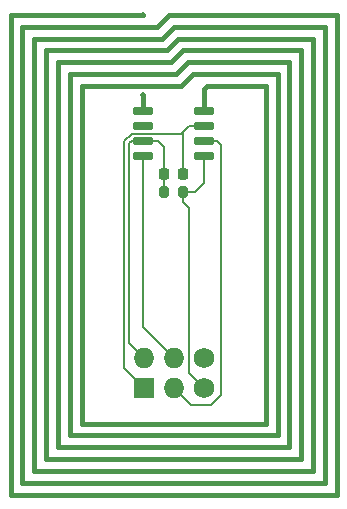
<source format=gbl>
%TF.GenerationSoftware,KiCad,Pcbnew,8.99.0-2433-g53022ab347*%
%TF.CreationDate,2024-09-29T16:09:48+02:00*%
%TF.ProjectId,BadgeTagNFC,42616467-6554-4616-974e-46432e6b6963,1.0*%
%TF.SameCoordinates,PX5058d90PY47868c0*%
%TF.FileFunction,Copper,L2,Bot*%
%TF.FilePolarity,Positive*%
%FSLAX46Y46*%
G04 Gerber Fmt 4.6, Leading zero omitted, Abs format (unit mm)*
G04 Created by KiCad (PCBNEW 8.99.0-2433-g53022ab347) date 2024-09-29 16:09:48*
%MOMM*%
%LPD*%
G01*
G04 APERTURE LIST*
G04 Aperture macros list*
%AMRoundRect*
0 Rectangle with rounded corners*
0 $1 Rounding radius*
0 $2 $3 $4 $5 $6 $7 $8 $9 X,Y pos of 4 corners*
0 Add a 4 corners polygon primitive as box body*
4,1,4,$2,$3,$4,$5,$6,$7,$8,$9,$2,$3,0*
0 Add four circle primitives for the rounded corners*
1,1,$1+$1,$2,$3*
1,1,$1+$1,$4,$5*
1,1,$1+$1,$6,$7*
1,1,$1+$1,$8,$9*
0 Add four rect primitives between the rounded corners*
20,1,$1+$1,$2,$3,$4,$5,0*
20,1,$1+$1,$4,$5,$6,$7,0*
20,1,$1+$1,$6,$7,$8,$9,0*
20,1,$1+$1,$8,$9,$2,$3,0*%
G04 Aperture macros list end*
%TA.AperFunction,ComponentPad*%
%ADD10O,1.727200X1.727200*%
%TD*%
%TA.AperFunction,ComponentPad*%
%ADD11R,1.727200X1.727200*%
%TD*%
%TA.AperFunction,ComponentPad*%
%ADD12C,1.727200*%
%TD*%
%TA.AperFunction,SMDPad,CuDef*%
%ADD13RoundRect,0.200000X-0.200000X-0.275000X0.200000X-0.275000X0.200000X0.275000X-0.200000X0.275000X0*%
%TD*%
%TA.AperFunction,SMDPad,CuDef*%
%ADD14RoundRect,0.225000X-0.225000X-0.250000X0.225000X-0.250000X0.225000X0.250000X-0.225000X0.250000X0*%
%TD*%
%TA.AperFunction,SMDPad,CuDef*%
%ADD15RoundRect,0.150000X0.725000X0.150000X-0.725000X0.150000X-0.725000X-0.150000X0.725000X-0.150000X0*%
%TD*%
%TA.AperFunction,ViaPad*%
%ADD16C,0.500000*%
%TD*%
%TA.AperFunction,Conductor*%
%ADD17C,0.200000*%
%TD*%
%TA.AperFunction,Conductor*%
%ADD18C,0.400000*%
%TD*%
G04 APERTURE END LIST*
D10*
%TO.P,X1,1,VCC*%
%TO.N,VCC*%
X13270000Y-36750000D03*
D11*
%TO.P,X1,2,GND*%
%TO.N,GND*%
X13270000Y-39290000D03*
D10*
%TO.P,X1,3,SDA*%
%TO.N,SDA*%
X15810000Y-36750000D03*
%TO.P,X1,4,SCL*%
%TO.N,SCL*%
X15810000Y-39290000D03*
D12*
%TO.P,X1,5,GPIO1*%
%TO.N,unconnected-(X1-GPIO1-Pad5)*%
X18350000Y-36750000D03*
%TO.P,X1,6,GPIO2*%
%TO.N,FieldDetect*%
X18350000Y-39290000D03*
%TD*%
D13*
%TO.P,R1,1*%
%TO.N,VCC*%
X14925000Y-22700000D03*
%TO.P,R1,2*%
%TO.N,FieldDetect*%
X16575000Y-22700000D03*
%TD*%
D14*
%TO.P,C1,1*%
%TO.N,VCC*%
X14974999Y-21200000D03*
%TO.P,C1,2*%
%TO.N,GND*%
X16525001Y-21200000D03*
%TD*%
D15*
%TO.P,U1,1,LA*%
%TO.N,/NTAG NFC/COIL*%
X18325000Y-15795000D03*
%TO.P,U1,2,VSS*%
%TO.N,GND*%
X18325000Y-17065000D03*
%TO.P,U1,3,SCL*%
%TO.N,SCL*%
X18325000Y-18335000D03*
%TO.P,U1,4,FD*%
%TO.N,FieldDetect*%
X18325000Y-19605000D03*
%TO.P,U1,5,SDA*%
%TO.N,SDA*%
X13175000Y-19605000D03*
%TO.P,U1,6,VCC*%
%TO.N,VCC*%
X13175000Y-18335000D03*
%TO.P,U1,7,Vout*%
%TO.N,/NTAG NFC/VOUT*%
X13175000Y-17065000D03*
%TO.P,U1,8,LB*%
%TO.N,/NTAG NFC/COIL*%
X13175000Y-15795000D03*
%TD*%
D16*
%TO.N,/NTAG NFC/COIL*%
X13150000Y-14500000D03*
X13150000Y-7700000D03*
%TD*%
D17*
%TO.N,VCC*%
X13175000Y-18335000D02*
X14460000Y-18335000D01*
X14974999Y-18849999D02*
X14974999Y-21200000D01*
X12000000Y-35480000D02*
X13270000Y-36750000D01*
X12000000Y-18525000D02*
X12000000Y-35480000D01*
X12190000Y-18335000D02*
X12000000Y-18525000D01*
X13175000Y-18335000D02*
X12190000Y-18335000D01*
X14974999Y-21200000D02*
X14974999Y-22650001D01*
X14974999Y-22650001D02*
X14925000Y-22700000D01*
X14460000Y-18335000D02*
X14974999Y-18849999D01*
%TO.N,GND*%
X11575000Y-37595000D02*
X13270000Y-39290000D01*
X18325000Y-17065000D02*
X17035000Y-17065000D01*
X12215000Y-17735000D02*
X11575000Y-18375000D01*
X16365000Y-17735000D02*
X12215000Y-17735000D01*
X16525001Y-17574999D02*
X16365000Y-17735000D01*
X17035000Y-17065000D02*
X16525001Y-17574999D01*
X11575000Y-18375000D02*
X11575000Y-37595000D01*
X16525001Y-17574999D02*
X16525001Y-21200000D01*
D18*
%TO.N,/NTAG NFC/COIL*%
X26550000Y-10700000D02*
X16550000Y-10700000D01*
X16950000Y-11700000D02*
X15950000Y-12700000D01*
X1950000Y-7700000D02*
X13150000Y-7700000D01*
X28550000Y-8700000D02*
X15750000Y-8700000D01*
X7950000Y-42300000D02*
X23550000Y-42300000D01*
X3950000Y-9700000D02*
X3950000Y-46300000D01*
X15350000Y-7700000D02*
X14350000Y-8700000D01*
X16150000Y-9700000D02*
X15150000Y-10700000D01*
X14750000Y-9700000D02*
X3950000Y-9700000D01*
X15550000Y-11700000D02*
X5950000Y-11700000D01*
X29550000Y-7700000D02*
X15350000Y-7700000D01*
X27550000Y-46300000D02*
X27550000Y-9700000D01*
X28550000Y-47300000D02*
X28550000Y-8700000D01*
X4950000Y-45300000D02*
X26550000Y-45300000D01*
X18325000Y-13925000D02*
X18325000Y-15795000D01*
X6950000Y-43300000D02*
X24550000Y-43300000D01*
X15950000Y-12700000D02*
X6950000Y-12700000D01*
X3950000Y-46300000D02*
X27550000Y-46300000D01*
X6950000Y-12700000D02*
X6950000Y-43300000D01*
X15150000Y-10700000D02*
X4950000Y-10700000D01*
X15750000Y-8700000D02*
X14750000Y-9700000D01*
X24550000Y-43300000D02*
X24550000Y-12700000D01*
X18550000Y-13700000D02*
X18325000Y-13925000D01*
X1950000Y-48300000D02*
X29550000Y-48300000D01*
X5950000Y-11700000D02*
X5950000Y-44300000D01*
X13150000Y-14500000D02*
X13150000Y-15770000D01*
X17350000Y-12700000D02*
X16350000Y-13700000D01*
X14350000Y-8700000D02*
X2950000Y-8700000D01*
X2950000Y-8700000D02*
X2950000Y-47300000D01*
X4950000Y-10700000D02*
X4950000Y-45300000D01*
X27550000Y-9700000D02*
X16150000Y-9700000D01*
X24550000Y-12700000D02*
X17350000Y-12700000D01*
X1950000Y-7700000D02*
X1950000Y-48300000D01*
X23550000Y-13700000D02*
X18550000Y-13700000D01*
X16350000Y-13700000D02*
X7950000Y-13700000D01*
X25550000Y-44300000D02*
X25550000Y-11700000D01*
X29550000Y-48300000D02*
X29550000Y-7700000D01*
X16550000Y-10700000D02*
X15550000Y-11700000D01*
X25550000Y-11700000D02*
X16950000Y-11700000D01*
X2950000Y-47300000D02*
X28550000Y-47300000D01*
X13150000Y-15770000D02*
X13175000Y-15795000D01*
X26550000Y-45300000D02*
X26550000Y-10700000D01*
X23550000Y-42300000D02*
X23550000Y-13700000D01*
X7950000Y-13700000D02*
X7950000Y-42300000D01*
X5950000Y-44300000D02*
X25550000Y-44300000D01*
D17*
%TO.N,SCL*%
X18325000Y-18335000D02*
X19410000Y-18335000D01*
X18950000Y-40725000D02*
X17245000Y-40725000D01*
X19775000Y-18700000D02*
X19775000Y-39900000D01*
X17245000Y-40725000D02*
X15810000Y-39290000D01*
X19775000Y-39900000D02*
X18950000Y-40725000D01*
X19410000Y-18335000D02*
X19775000Y-18700000D01*
%TO.N,FieldDetect*%
X17075000Y-24050000D02*
X17075000Y-38015000D01*
X18325000Y-21900000D02*
X17525000Y-22700000D01*
X17075000Y-38015000D02*
X18350000Y-39290000D01*
X16575000Y-22700000D02*
X16575000Y-23550000D01*
X17525000Y-22700000D02*
X16575000Y-22700000D01*
X16575000Y-23550000D02*
X17075000Y-24050000D01*
X18325000Y-19605000D02*
X18325000Y-21900000D01*
%TO.N,SDA*%
X13175000Y-34150000D02*
X15775000Y-36750000D01*
X15775000Y-36750000D02*
X15810000Y-36750000D01*
X13175000Y-19605000D02*
X13175000Y-34150000D01*
%TD*%
M02*

</source>
